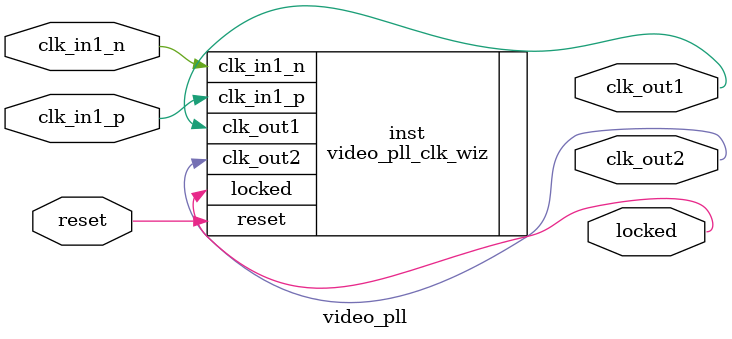
<source format=v>


`timescale 1ps/1ps

(* CORE_GENERATION_INFO = "video_pll,clk_wiz_v6_0_5_0_0,{component_name=video_pll,use_phase_alignment=false,use_min_o_jitter=false,use_max_i_jitter=false,use_dyn_phase_shift=false,use_inclk_switchover=false,use_dyn_reconfig=false,enable_axi=0,feedback_source=FDBK_AUTO,PRIMITIVE=MMCM,num_out_clk=2,clkin1_period=5.000,clkin2_period=10.0,use_power_down=false,use_reset=true,use_locked=true,use_inclk_stopped=false,feedback_type=SINGLE,CLOCK_MGR_TYPE=NA,manual_override=false}" *)

module video_pll 
 (
  // Clock out ports
  output        clk_out1,
  output        clk_out2,
  // Status and control signals
  input         reset,
  output        locked,
 // Clock in ports
  input         clk_in1_p,
  input         clk_in1_n
 );

  video_pll_clk_wiz inst
  (
  // Clock out ports  
  .clk_out1(clk_out1),
  .clk_out2(clk_out2),
  // Status and control signals               
  .reset(reset), 
  .locked(locked),
 // Clock in ports
  .clk_in1_p(clk_in1_p),
  .clk_in1_n(clk_in1_n)
  );

endmodule

</source>
